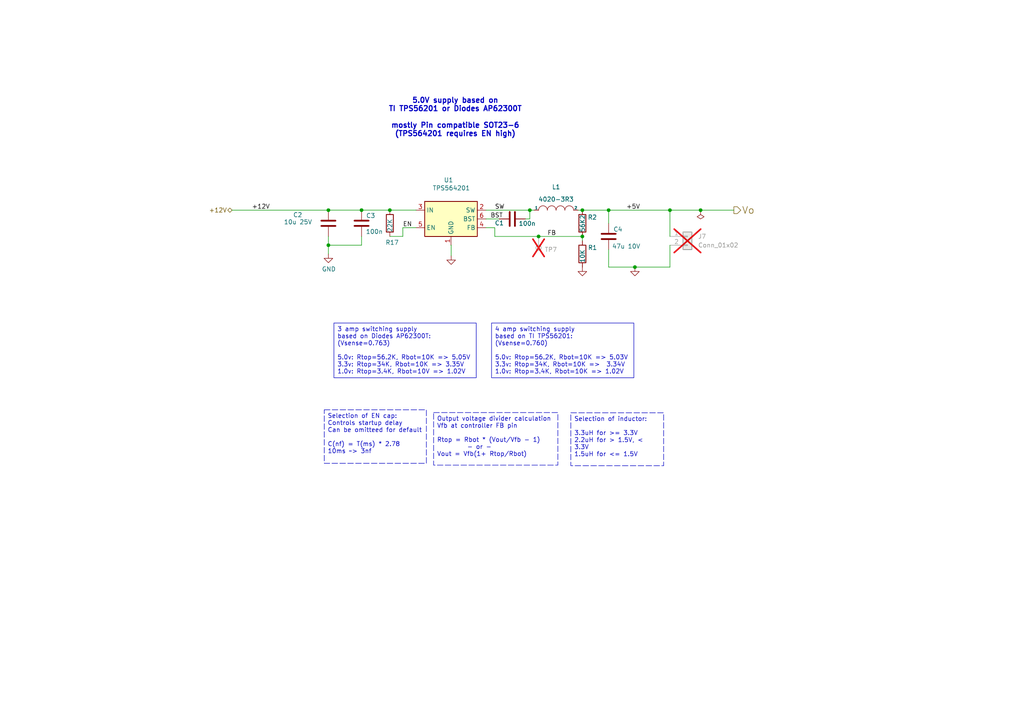
<source format=kicad_sch>
(kicad_sch (version 20231120) (generator "eeschema") (generator_version "8.0")
  (paper "A4")
  (title_block (title "Hexa-Pi") (date "2024-01/02") (rev "1.0") (company "Coxyz") (comment 1 "fjc"))
  (lib_symbols
    (symbol "Connector:TestPoint" (pin_numbers hide) (pin_names (offset 0.762) hide)
      (property "Reference" "TP" (at 0 6.858 0))
      (property "Value" "TestPoint" (at 0 5.08 0))
      (symbol "TestPoint_0_1"
        (circle (center 0 3.302) (radius 0.762))
      )
      (symbol "TestPoint_1_1"
        (pin passive line (at 0 0 90) (length 2.54) (name "1") (number "1"))
      )
    )
    (symbol "Connector_Generic:Conn_01x02" (pin_names (offset 1.016) hide)
      (property "Reference" "J" (at 0 2.54 0))
      (property "Value" "Conn_01x02" (at 0 -5.08 0))
      (symbol "Conn_01x02_1_1"
        (rectangle (start -1.27 -2.413) (end 0 -2.667) (stroke (width 0.1524)))
        (rectangle (start -1.27 0.127) (end 0 -0.127) (stroke (width 0.1524)))
        (rectangle (start -1.27 1.27) (end 1.27 -3.81) (stroke (width 0.254)) (fill (type background)))
        (pin passive line (at -5.08 0 0) (length 3.81) (name "Pin_1") (number "1"))
        (pin passive line (at -5.08 -2.54 0) (length 3.81) (name "Pin_2") (number "2"))
      )
    )
    (symbol "Device:C" (pin_numbers hide) (pin_names (offset 0.254))
      (property "Reference" "C" (at 0.635 2.54 0))
      (property "Value" "C" (at 0.635 -2.54 0))
      (symbol "C_0_1"
        (polyline (pts (xy -2.032 -0.762) (xy 2.032 -0.762)) (stroke (width 0.508)))
        (polyline (pts (xy -2.032 0.762) (xy 2.032 0.762)) (stroke (width 0.508)))
      )
      (symbol "C_1_1"
        (pin passive line (at 0 3.81 270) (length 2.794) (name "~") (number "1"))
        (pin passive line (at 0 -3.81 90) (length 2.794) (name "~") (number "2"))
      )
    )
    (symbol "Device:R" (pin_numbers hide) (pin_names (offset 0))
      (property "Reference" "R" (at 2.032 0 90))
      (property "Value" "R" (at 0 0 90))
      (symbol "R_0_1"
        (rectangle (start -1.016 -2.54) (end 1.016 2.54) (stroke (width 0.254)))
      )
      (symbol "R_1_1"
        (pin passive line (at 0 3.81 270) (length 1.27) (name "~") (number "1"))
        (pin passive line (at 0 -3.81 90) (length 1.27) (name "~") (number "2"))
      )
    )
    (symbol "GND_2" (power) (pin_names (offset 0))
      (property "Value" "GND_2" (at 0 -3.81 0))
      (symbol "GND_2_0_1"
        (polyline (pts (xy 0 0) (xy 0 -1.27) (xy 1.27 -1.27) (xy 0 -2.54) (xy -1.27 -1.27) (xy 0 -1.27)))
      )
      (symbol "GND_2_1_1"
        (pin power_in line (at 0 0 270) (length 0) hide (name "GND") (number "1"))
      )
    )
    (symbol "GND_3" (power) (pin_names (offset 0))
      (property "Value" "GND_3" (at 0 -3.81 0))
      (symbol "GND_3_0_1"
        (polyline (pts (xy 0 0) (xy 0 -1.27) (xy 1.27 -1.27) (xy 0 -2.54) (xy -1.27 -1.27) (xy 0 -1.27)))
      )
      (symbol "GND_3_1_1"
        (pin power_in line (at 0 0 270) (length 0) hide (name "GND") (number "1"))
      )
    )
    (symbol "GND_4" (power) (pin_names (offset 0))
      (property "Value" "GND_4" (at 0 -3.81 0))
      (symbol "GND_4_0_1"
        (polyline (pts (xy 0 0) (xy 0 -1.27) (xy 1.27 -1.27) (xy 0 -2.54) (xy -1.27 -1.27) (xy 0 -1.27)))
      )
      (symbol "GND_4_1_1"
        (pin power_in line (at 0 0 270) (length 0) hide (name "GND") (number "1"))
      )
    )
    (symbol "Regulator_Switching:AP62300TWU"
      (property "Reference" "U" (at -7.62 6.35 0))
      (property "Value" "AP62300TWU" (at 2.54 6.35 0))
      (symbol "AP62300TWU_0_1"
        (rectangle (start -7.62 5.08) (end 7.62 -5.08) (stroke (width 0.254)) (fill (type background)))
      )
      (symbol "AP62300TWU_1_1"
        (pin power_in line (at 0 -7.62 90) (length 2.54) (name "GND") (number "1"))
        (pin output line (at 10.16 2.54 180) (length 2.54) (name "SW") (number "2"))
        (pin power_in line (at -10.16 2.54 0) (length 2.54) (name "IN") (number "3"))
        (pin input line (at 10.16 -2.54 180) (length 2.54) (name "FB") (number "4"))
        (pin input line (at -10.16 -2.54 0) (length 2.54) (name "EN") (number "5"))
        (pin passive line (at 10.16 0 180) (length 2.54) (name "BST") (number "6"))
      )
    )
    (symbol "power:GND" (power) (pin_names (offset 0))
      (property "Value" "GND" (at 0 -3.81 0))
      (symbol "GND_0_1"
        (polyline (pts (xy 0 0) (xy 0 -1.27) (xy 1.27 -1.27) (xy 0 -2.54) (xy -1.27 -1.27) (xy 0 -1.27)))
      )
      (symbol "GND_1_1"
        (pin power_in line (at 0 0 270) (length 0) hide (name "GND") (number "1"))
      )
    )
    (symbol "power:PWR_FLAG" (power) (pin_numbers hide) (pin_names (offset 0) hide)
      (property "Value" "PWR_FLAG" (at 0 3.81 0))
      (symbol "PWR_FLAG_0_0"
        (pin power_out line (at 0 0 90) (length 0) (name "pwr") (number "1"))
      )
      (symbol "PWR_FLAG_0_1"
        (polyline (pts (xy 0 0) (xy 0 1.27) (xy -1.016 1.905) (xy 0 2.54) (xy 1.016 1.905) (xy 0 1.27)))
      )
    )
    (symbol "pspice:INDUCTOR" (pin_numbers hide) (pin_names (offset 0))
      (property "Reference" "L" (at 0 2.54 0))
      (property "Value" "INDUCTOR" (at 0 -1.27 0))
      (symbol "INDUCTOR_0_1"
        (arc (start -2.54 0) (mid -3.81 1.2645) (end -5.08 0))
        (arc (start 0 0) (mid -1.27 1.2645) (end -2.54 0))
        (arc (start 2.54 0) (mid 1.27 1.2645) (end 0 0))
        (arc (start 5.08 0) (mid 3.81 1.2645) (end 2.54 0))
      )
      (symbol "INDUCTOR_1_1"
        (pin input line (at -6.35 0 0) (length 1.27) (name "1") (number "1"))
        (pin input line (at 6.35 0 180) (length 1.27) (name "2") (number "2"))
      )
    )
  )
  (junction (at 95.25 60.96))
  (junction (at 176.53 60.96))
  (junction (at 95.25 71.12))
  (junction (at 156.21 68.58))
  (junction (at 168.91 60.96))
  (junction (at 153.67 60.96))
  (junction (at 184.15 77.47))
  (junction (at 168.91 68.58))
  (junction (at 113.0723 60.9507))
  (junction (at 194.31 60.96))
  (junction (at 203.2 60.96))
  (junction (at 104.8638 60.9507))
  (wire (pts (xy 116.84 66.04) (xy 120.65 66.04)))
  (wire (pts (xy 130.8559 71.12) (xy 130.81 71.12)))
  (wire (pts (xy 116.84 68.5707) (xy 116.84 66.04)))
  (wire (pts (xy 130.8559 74.1513) (xy 130.8559 71.12)))
  (wire (pts (xy 67.31 60.96) (xy 95.25 60.96)))
  (wire (pts (xy 153.67 60.96) (xy 140.97 60.96)))
  (wire (pts (xy 143.51 68.58) (xy 156.21 68.58)))
  (wire (pts (xy 167.64 60.96) (xy 168.91 60.96)))
  (wire (pts (xy 156.21 68.58) (xy 168.91 68.58)))
  (wire (pts (xy 120.65 60.9507) (xy 120.65 60.96)))
  (wire (pts (xy 152.4 63.5) (xy 153.67 63.5)))
  (wire (pts (xy 104.8638 71.12) (xy 95.25 71.12)))
  (wire (pts (xy 95.25 60.9507) (xy 95.25 60.96)))
  (wire (pts (xy 144.78 63.5) (xy 140.97 63.5)))
  (wire (pts (xy 184.15 77.47) (xy 176.53 77.47)))
  (wire (pts (xy 104.8638 60.9507) (xy 95.25 60.9507)))
  (wire (pts (xy 168.91 60.96) (xy 176.53 60.96)))
  (wire (pts (xy 194.31 68.58) (xy 194.31 60.96)))
  (wire (pts (xy 203.2 60.96) (xy 212.852 60.96)))
  (wire (pts (xy 153.67 63.5) (xy 153.67 60.96)))
  (wire (pts (xy 176.53 77.47) (xy 176.53 72.39)))
  (wire (pts (xy 176.53 60.96) (xy 194.31 60.96)))
  (wire (pts (xy 176.53 60.96) (xy 176.53 64.77)))
  (wire (pts (xy 95.25 68.58) (xy 95.25 71.12)))
  (wire (pts (xy 140.97 66.04) (xy 143.51 66.04)))
  (wire (pts (xy 194.31 71.12) (xy 194.31 77.47)))
  (wire (pts (xy 95.25 71.12) (xy 95.25 73.66)))
  (wire (pts (xy 194.31 60.96) (xy 203.2 60.96)))
  (wire (pts (xy 154.94 60.96) (xy 153.67 60.96)))
  (wire (pts (xy 113.0723 68.5707) (xy 116.84 68.5707)))
  (wire (pts (xy 168.91 68.58) (xy 168.91 69.85)))
  (wire (pts (xy 184.15 77.47) (xy 194.31 77.47)))
  (wire (pts (xy 113.0723 60.9507) (xy 120.65 60.9507)))
  (wire (pts (xy 104.8638 68.5707) (xy 104.8638 71.12)))
  (wire (pts (xy 143.51 66.04) (xy 143.51 68.58)))
  (wire (pts (xy 104.8638 60.9507) (xy 113.0723 60.9507)))
  (text_box "Output voltage divider calculation\nVfb at controller FB pin\n\nRtop = Rbot * (Vout/Vfb - 1)\n         - or -\nVout = Vfb(1+ Rtop/Rbot)" (at 125.7666 119.6629 0) (size 36.0374 15.24) (stroke (width 0) (type dash)) (effects (font (size 1.27 1.27)) (justify left top)))
  (text_box "4 amp switching supply\nbased on TI TPS56201:\n(Vsense=0.760)\n\n5.0v: Rtop=56.2K, Rbot=10K => 5.03V\n3.3v: Rtop=34K, Rbot=10K =>  3.34V\n1.0v: Rtop=3.4K, Rbot=10K => 1.02V" (at 142.5703 93.6936 0) (size 41.275 15.875) (effects (font (size 1.27 1.27)) (justify left top)))
  (text_box "3 amp switching supply\nbased on Diodes AP62300T:\n(Vsense=0.763)\n\n5.0v: Rtop=56.2K, Rbot=10K => 5.05V\n3.3v: Rtop=34K, Rbot=10K => 3.35V\n1.0v: Rtop=3.4K, Rbot=10V => 1.02V" (at 96.8503 93.6936 0) (size 41.275 15.875) (effects (font (size 1.27 1.27)) (justify left top)))
  (text_box "Selection of EN cap:\nControls startup delay\nCan be omitteed for default\n\nC(nf) = T(ms) * 2.78\n10ms ~> 3nf" (at 94.047 118.8563 0) (size 29.6225 15.5166) (stroke (width 0) (type dash)) (effects (font (size 1.27 1.27)) (justify left top)))
  (text_box "Selection of inductor:\n\n3.3uH for >= 3.3V\n2.2uH for > 1.5V, < 3.3V \n1.5uH for <= 1.5V" (at 165.5635 119.7319 0) (size 26.9177 15.3468) (stroke (width 0) (type dash)) (effects (font (size 1.27 1.27)) (justify left top)))
  (text "5.0V supply based on\nTI TPS56201 or Diodes AP62300T\n\nmostly Pin compatible SOT23-6\n(TPS564201 requires EN high)" (at 132.052 34.1027 0) (effects (font (size 1.5 1.5) (thickness 0.3) (bold yes))))
  (label "+5V" (at 181.61 60.96 0))
  (label "EN" (at 116.84 66.04 0))
  (label "FB" (at 158.75 68.58 0))
  (label "SW" (at 143.51 60.96 0))
  (label "BST" (at 142.24 63.5 0))
  (label "+12V" (at 73.025 60.96 0))
  (hierarchical_label "Vo" (shape output) (at 212.852 60.96 0) (effects (font (size 2.007 2.007))))
  (hierarchical_label "+12V" (shape bidirectional) (at 67.31 60.96 180))
  (symbol (lib_id "power:GND") (at 95.25 73.66 0) (unit 1)
    (property "Reference" "#PWR09" (effects (hide yes)))
    (property "Value" "GND" (at 95.377 78.0542 0))
    (instances (project "Ps2" (path "" (reference "#PWR09") (unit 1))) (project "Hexa-Pi_1.1" (path "" (reference "#PWR05") (unit 1)) (path "" (reference "#PWR0102") (unit 1)) (path "" (reference "#PWR038") (unit 1)) (path "" (reference "#PWR078") (unit 1)) (path "" (reference "#PWR010") (unit 1)) (path "" (reference "#PWR070") (unit 1))))
  )
  (symbol (lib_id "Device:R") (at 168.91 73.66 0) (unit 1)
    (property "Reference" "R1" (at 170.5115 71.8134 0) (effects (justify left)))
    (property "Value" "10K" (at 168.9567 76.2484 90) (effects (justify left)))
    (property "Footprint" "Resistor_SMD:R_0603_1608Metric" (effects (hide yes)))
    (property "LCSC Part #" "C25804" (effects (hide yes)))
    (property "Part Description" "100mW  ±1% 10kΩ 0603 Chip Resistor - Surface Mount" (effects (hide yes)))
    (instances (project "Ps2" (path "" (reference "R1") (unit 1))) (project "Hexa-Pi_1.1" (path "" (reference "R13") (unit 1)) (path "" (reference "R66") (unit 1)) (path "" (reference "R78") (unit 1)) (path "" (reference "R14") (unit 1)) (path "" (reference "R79") (unit 1)) (path "" (reference "R24") (unit 1))))
  )
  (symbol (lib_id "Device:C") (at 176.53 68.58 0) (mirror y) (unit 1)
    (property "Reference" "C4" (at 180.5844 66.5181 0) (effects (justify left)))
    (property "Value" "47u 10V" (at 185.7602 71.4403 0) (effects (justify left)))
    (property "Footprint" "Capacitor_SMD:C_1206_3216Metric" (effects (hide yes)))
    (property "Datasheet" "http://www.samsungsem.com/kr/support/product-search/mlcc/CL21B106KPQNNNE.jsp" (effects (hide yes)))
    (property "LCSC Part #" "C96123" (effects (hide yes)))
    (property "Part Description" "10V 47uF X5R ±20% 1206 Multilayer Ceramic Capacitors MLCC" (effects (hide yes)))
    (instances (project "Ps2" (path "" (reference "C4") (unit 1))) (project "Hexa-Pi_1.1" (path "" (reference "C5") (unit 1)) (path "" (reference "C109") (unit 1)) (path "" (reference "C118") (unit 1)) (path "" (reference "C6") (unit 1)) (path "" (reference "C119") (unit 1)) (path "" (reference "C16") (unit 1))))
  )
  (symbol (lib_id "Connector_Generic:Conn_01x02") (at 199.39 68.58 0) (unit 1) (in_bom no) (dnp yes)
    (property "Reference" "J7" (at 202.438 68.58 0) (effects (justify left)))
    (property "Value" "Conn_01x02" (at 202.438 71.12 0) (effects (justify left)))
    (property "Footprint" "Connector_PinHeader_2.00mm:PinHeader_1x02_P2.00mm_Vertical" (effects (hide yes)))
    (property "Special" "TH,DNP" (effects (hide yes)))
    (property "LCSC Part #" "DNP" (effects (hide yes)))
    (property "Part Description" "Power Test Points" (effects (hide yes)))
    (instances (project "Hexa-Pi_1.1" (path "" (reference "J7") (unit 1)) (path "" (reference "J14") (unit 1)) (path "" (reference "J16") (unit 1)) (path "" (reference "J8") (unit 1)) (path "" (reference "J17") (unit 1)) (path "" (reference "J9") (unit 1))))
  )
  (symbol (lib_id "Connector:TestPoint") (at 156.21 68.58 180) (unit 1) (dnp yes)
    (property "Reference" "TP7" (at 159.766 72.39 0))
    (property "Value" "FB1" (effects (hide yes)))
    (property "Footprint" "TestPoint:TestPoint_Pad_D1.5mm" (effects (hide yes)))
    (property "LCSC Part #" "DNP" (effects (hide yes)))
    (property "Part Description" "testpoint" (effects (hide yes)))
    (property "Special" "DNP" (effects (hide yes)))
    (instances (project "Ps2" (path "" (reference "TP7") (unit 1))) (project "Hexa-Pi_1.1" (path "" (reference "TP18") (unit 1)) (path "" (reference "TP43") (unit 1)) (path "" (reference "TP52") (unit 1)) (path "" (reference "TP17") (unit 1)) (path "" (reference "TP51") (unit 1)) (path "" (reference "TP26") (unit 1))))
  )
  (symbol (lib_id "Device:R") (at 168.91 64.77 0) (unit 1)
    (property "Reference" "R2" (at 170.4648 63.0238 0) (effects (justify left)))
    (property "Value" "56K2" (at 168.9567 67.3584 90) (effects (justify left)))
    (property "Footprint" "Resistor_SMD:R_0603_1608Metric" (effects (hide yes)))
    (property "LCSC Part #" "C227508" (effects (hide yes)))
    (property "Part Description" "100mW ±1% 56.3kΩ 0603 Chip Resistor - Surface Mount" (effects (hide yes)))
    (instances (project "Ps2" (path "" (reference "R2") (unit 1))) (project "Hexa-Pi_1.1" (path "" (reference "R15") (unit 1)) (path "" (reference "R68") (unit 1)) (path "" (reference "R80") (unit 1)) (path "" (reference "R16") (unit 1)) (path "" (reference "R81") (unit 1)) (path "" (reference "R27") (unit 1))))
  )
  (symbol (lib_id "Regulator_Switching:AP62300TWU") (at 130.81 63.5 0) (unit 1)
    (property "Reference" "U1" (at 130.0979 52.2166 0))
    (property "Value" "TPS564201" (at 130.903 54.5425 0))
    (property "Footprint" "CM4IO:TSOT-23-6w" (effects (hide yes)))
    (property "Datasheet" "https://www.diodes.com/assets/Datasheets/AP62300_AP62301_AP62300T.pdf" (effects (hide yes)))
    (property "LCSC Part #" "C464812" (effects (hide yes)))
    (property "Manuf Partno" "AP62300TWU-7" (effects (hide yes)))
    (property "Part Description" "Step-down Adj 0.8V~7V 4.2V~18V 4A TSOT-26 DC-DC" (effects (hide yes)))
    (instances (project "Ps2" (path "" (reference "U1") (unit 1))) (project "Hexa-Pi_1.1" (path "" (reference "U7") (unit 1)) (path "" (reference "U19") (unit 1)) (path "" (reference "U22") (unit 1)) (path "" (reference "U8") (unit 1)) (path "" (reference "U23") (unit 1)) (path "" (reference "U12") (unit 1))))
  )
  (symbol (lib_id "pspice:INDUCTOR") (at 161.29 60.96 0) (unit 1)
    (property "Reference" "L1" (at 161.29 54.229 0))
    (property "Value" "4020-3R3" (at 161.29 57.8104 0))
    (property "Footprint" "CM4IO:L_Changjiang_FNR4012S" (effects (hide yes)))
    (property "Datasheet" "https://datasheet.lcsc.com/lcsc/2006091842_cjiang--Changjiang-Microelectronics-Tech-FHD4012S-3R3MT_C602021.pdf" (effects (hide yes)))
    (property "Part Description" "3.3uH ±20% 3.2A SMD,4x4x2.0mm Power Inductors" (effects (hide yes)))
    (property "LCSC Part #" "C602030" (effects (hide yes)))
    (property "Manuf Partno" "FHD4020S-3R3MT" (effects (hide yes)))
    (instances (project "Ps2" (path "" (reference "L1") (unit 1))) (project "Hexa-Pi_1.1" (path "" (reference "L1") (unit 1)) (path "" (reference "L6") (unit 1)) (path "" (reference "L8") (unit 1)) (path "" (reference "L2") (unit 1)) (path "" (reference "L9") (unit 1)) (path "" (reference "L3") (unit 1))))
  )
  (symbol (lib_id "Device:C") (at 148.59 63.5 270) (mirror x) (unit 1)
    (property "Reference" "C1" (at 143.4804 64.6899 90) (effects (justify left)))
    (property "Value" "100n" (at 150.4098 64.8299 90) (effects (justify left)))
    (property "Footprint" "Capacitor_SMD:C_0603_1608Metric" (effects (hide yes)))
    (property "Datasheet" "https://search.murata.co.jp/Ceramy/image/img/A01X/G101/ENG/GRM21BR71A106KA73-01.pdf" (effects (hide yes)))
    (property "LCSC Part #" "C14663" (effects (hide yes)))
    (property "Part Description" "50V 100nF X7R ±10% 0603 Multilayer Ceramic Capacitors MLCC" (effects (hide yes)))
    (instances (project "Ps2" (path "" (reference "C1") (unit 1))) (project "Hexa-Pi_1.1" (path "" (reference "C7") (unit 1)) (path "" (reference "C111") (unit 1)) (path "" (reference "C120") (unit 1)) (path "" (reference "C8") (unit 1)) (path "" (reference "C121") (unit 1)) (path "" (reference "C18") (unit 1))))
  )
  (symbol (lib_id "Device:C") (at 104.8638 64.7607 0) (unit 1)
    (property "Reference" "C3" (at 106.1639 62.5552 0) (effects (justify left)))
    (property "Value" "100n" (at 106.0704 67.1838 0) (effects (justify left)))
    (property "Footprint" "Capacitor_SMD:C_0402_1005Metric" (effects (hide yes)))
    (property "Datasheet" "https://search.murata.co.jp/Ceramy/image/img/A01X/G101/ENG/GRM21BR71A106KA73-01.pdf" (effects (hide yes)))
    (property "LCSC Part #" "C1525" (effects (hide yes)))
    (property "Part Description" "50V 100nF X7R ±10% 0402 Multilayer Ceramic Capacitors MLCC" (effects (hide yes)))
    (instances (project "Ps2" (path "" (reference "C3") (unit 1))) (project "Hexa-Pi_1.1" (path "" (reference "C2") (unit 1)) (path "" (reference "C97") (unit 1)) (path "" (reference "C115") (unit 1)) (path "" (reference "C4") (unit 1)) (path "" (reference "C117") (unit 1)) (path "" (reference "C13") (unit 1))))
  )
  (symbol (lib_id "Device:R") (at 113.0723 64.7607 0) (unit 1)
    (property "Reference" "R17" (at 111.7834 70.3367 0) (effects (justify left)))
    (property "Value" "22K" (at 113.119 67.3491 90) (effects (justify left)))
    (property "Footprint" "Resistor_SMD:R_0603_1608Metric" (effects (hide yes)))
    (property "LCSC Part #" "C31850" (effects (hide yes)))
    (property "Part Description" "100mW ±1% 22kΩ 0603 Chip Resistor - Surface Mount" (effects (hide yes)))
    (instances (project "Hexa-Pi_1.1" (path "" (reference "R17") (unit 1)) (path "" (reference "R70") (unit 1)) (path "" (reference "R82") (unit 1)) (path "" (reference "R18") (unit 1)) (path "" (reference "R83") (unit 1)) (path "" (reference "R28") (unit 1))))
  )
  (symbol (lib_name "GND_2") (lib_id "power:GND") (at 168.91 77.47 0) (unit 1)
    (property "Reference" "#PWR02" (effects (hide yes)))
    (property "Value" "GND" (effects (hide yes)))
    (instances (project "Ps2" (path "" (reference "#PWR02") (unit 1))) (project "Hexa-Pi_1.1" (path "" (reference "#PWR08") (unit 1)) (path "" (reference "#PWR0105") (unit 1)) (path "" (reference "#PWR041") (unit 1)) (path "" (reference "#PWR081") (unit 1)) (path "" (reference "#PWR013") (unit 1)) (path "" (reference "#PWR073") (unit 1))))
  )
  (symbol (lib_id "power:PWR_FLAG") (at 203.2 60.96 180) (unit 1)
    (property "Reference" "#FLG07" (effects (hide yes)))
    (property "Value" "PWR_FLAG" (effects (hide yes)))
    (instances (project "Hexa-Pi_1.1" (path "" (reference "#FLG07") (unit 1)) (path "" (reference "#FLG012") (unit 1)) (path "" (reference "#FLG09") (unit 1)) (path "" (reference "#FLG011") (unit 1)) (path "" (reference "#FLG08") (unit 1)) (path "" (reference "#FLG010") (unit 1))))
  )
  (symbol (lib_name "GND_3") (lib_id "power:GND") (at 184.15 77.47 0) (unit 1)
    (property "Reference" "#PWR02" (effects (hide yes)))
    (property "Value" "GND" (effects (hide yes)))
    (instances (project "Ps2" (path "" (reference "#PWR02") (unit 1))) (project "Hexa-Pi_1.1" (path "" (reference "#PWR09") (unit 1)) (path "" (reference "#PWR0106") (unit 1)) (path "" (reference "#PWR042") (unit 1)) (path "" (reference "#PWR082") (unit 1)) (path "" (reference "#PWR014") (unit 1)) (path "" (reference "#PWR074") (unit 1))))
  )
  (symbol (lib_id "Device:C") (at 95.25 64.77 0) (unit 1)
    (property "Reference" "C2" (at 84.9916 62.3222 0) (effects (justify left)))
    (property "Value" "10u 25V" (at 82.296 64.389 0) (effects (justify left)))
    (property "Footprint" "Capacitor_SMD:C_0805_2012Metric" (effects (hide yes)))
    (property "Datasheet" "https://media.digikey.com/pdf/Data%20Sheets/Samsung%20PDFs/CL_Series_MLCC_ds.pdf" (effects (hide yes)))
    (property "LCSC Part #" "C440198" (effects (hide yes)))
    (property "Part Description" "25V 10uF X5R ±20% 0805 Multilayer Ceramic Capacitors MLCC" (effects (hide yes)))
    (instances (project "Ps2" (path "" (reference "C2") (unit 1))) (project "Hexa-Pi_1.1" (path "" (reference "C1") (unit 1)) (path "" (reference "C98") (unit 1)) (path "" (reference "C114") (unit 1)) (path "" (reference "C3") (unit 1)) (path "" (reference "C116") (unit 1)) (path "" (reference "C12") (unit 1))))
  )
  (symbol (lib_name "GND_4") (lib_id "power:GND") (at 130.8559 74.1513 0) (unit 1)
    (property "Reference" "#PWR01" (effects (hide yes)))
    (property "Value" "GND" (effects (hide yes)))
    (instances (project "Ps2" (path "" (reference "#PWR01") (unit 1))) (project "Hexa-Pi_1.1" (path "" (reference "#PWR07") (unit 1)) (path "" (reference "#PWR0104") (unit 1)) (path "" (reference "#PWR040") (unit 1)) (path "" (reference "#PWR080") (unit 1)) (path "" (reference "#PWR012") (unit 1)) (path "" (reference "#PWR072") (unit 1))))
  )
)
</source>
